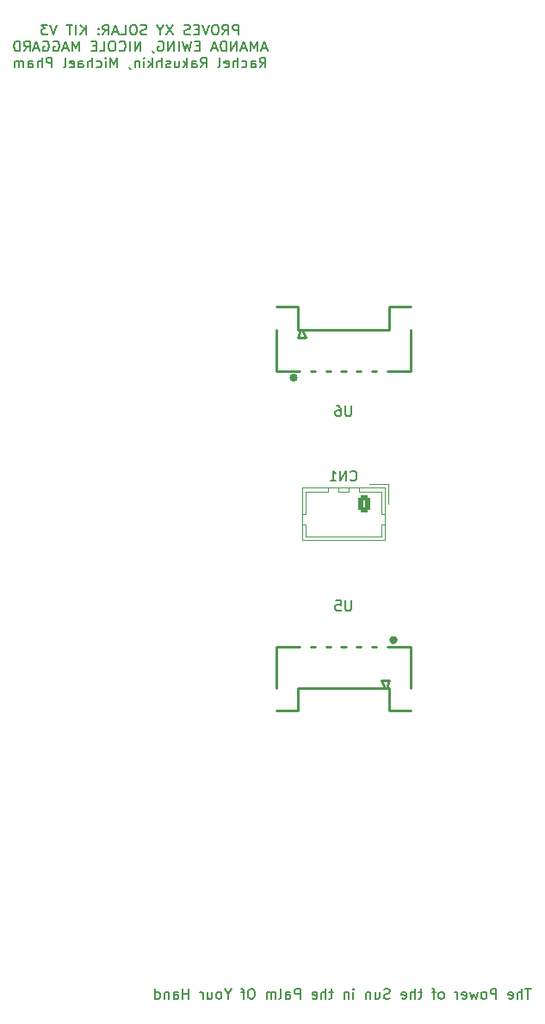
<source format=gbr>
%TF.GenerationSoftware,KiCad,Pcbnew,9.0.3*%
%TF.CreationDate,2025-09-24T18:37:53-07:00*%
%TF.ProjectId,XY_Faces_V3,58595f46-6163-4657-935f-56332e6b6963,3.0*%
%TF.SameCoordinates,Original*%
%TF.FileFunction,Legend,Bot*%
%TF.FilePolarity,Positive*%
%FSLAX46Y46*%
G04 Gerber Fmt 4.6, Leading zero omitted, Abs format (unit mm)*
G04 Created by KiCad (PCBNEW 9.0.3) date 2025-09-24 18:37:53*
%MOMM*%
%LPD*%
G01*
G04 APERTURE LIST*
G04 Aperture macros list*
%AMRoundRect*
0 Rectangle with rounded corners*
0 $1 Rounding radius*
0 $2 $3 $4 $5 $6 $7 $8 $9 X,Y pos of 4 corners*
0 Add a 4 corners polygon primitive as box body*
4,1,4,$2,$3,$4,$5,$6,$7,$8,$9,$2,$3,0*
0 Add four circle primitives for the rounded corners*
1,1,$1+$1,$2,$3*
1,1,$1+$1,$4,$5*
1,1,$1+$1,$6,$7*
1,1,$1+$1,$8,$9*
0 Add four rect primitives between the rounded corners*
20,1,$1+$1,$2,$3,$4,$5,0*
20,1,$1+$1,$4,$5,$6,$7,0*
20,1,$1+$1,$6,$7,$8,$9,0*
20,1,$1+$1,$8,$9,$2,$3,0*%
G04 Aperture macros list end*
%ADD10C,0.150000*%
%ADD11C,0.120000*%
%ADD12C,0.250000*%
%ADD13C,0.400000*%
%ADD14C,5.700000*%
%ADD15RoundRect,0.250000X0.350000X0.575000X-0.350000X0.575000X-0.350000X-0.575000X0.350000X-0.575000X0*%
%ADD16O,1.200000X1.650000*%
%ADD17R,0.600000X1.500000*%
%ADD18R,1.250000X1.800000*%
G04 APERTURE END LIST*
D10*
X162947621Y-161419819D02*
X162376193Y-161419819D01*
X162661907Y-162419819D02*
X162661907Y-161419819D01*
X162042859Y-162419819D02*
X162042859Y-161419819D01*
X161614288Y-162419819D02*
X161614288Y-161896009D01*
X161614288Y-161896009D02*
X161661907Y-161800771D01*
X161661907Y-161800771D02*
X161757145Y-161753152D01*
X161757145Y-161753152D02*
X161900002Y-161753152D01*
X161900002Y-161753152D02*
X161995240Y-161800771D01*
X161995240Y-161800771D02*
X162042859Y-161848390D01*
X160757145Y-162372200D02*
X160852383Y-162419819D01*
X160852383Y-162419819D02*
X161042859Y-162419819D01*
X161042859Y-162419819D02*
X161138097Y-162372200D01*
X161138097Y-162372200D02*
X161185716Y-162276961D01*
X161185716Y-162276961D02*
X161185716Y-161896009D01*
X161185716Y-161896009D02*
X161138097Y-161800771D01*
X161138097Y-161800771D02*
X161042859Y-161753152D01*
X161042859Y-161753152D02*
X160852383Y-161753152D01*
X160852383Y-161753152D02*
X160757145Y-161800771D01*
X160757145Y-161800771D02*
X160709526Y-161896009D01*
X160709526Y-161896009D02*
X160709526Y-161991247D01*
X160709526Y-161991247D02*
X161185716Y-162086485D01*
X159519049Y-162419819D02*
X159519049Y-161419819D01*
X159519049Y-161419819D02*
X159138097Y-161419819D01*
X159138097Y-161419819D02*
X159042859Y-161467438D01*
X159042859Y-161467438D02*
X158995240Y-161515057D01*
X158995240Y-161515057D02*
X158947621Y-161610295D01*
X158947621Y-161610295D02*
X158947621Y-161753152D01*
X158947621Y-161753152D02*
X158995240Y-161848390D01*
X158995240Y-161848390D02*
X159042859Y-161896009D01*
X159042859Y-161896009D02*
X159138097Y-161943628D01*
X159138097Y-161943628D02*
X159519049Y-161943628D01*
X158376192Y-162419819D02*
X158471430Y-162372200D01*
X158471430Y-162372200D02*
X158519049Y-162324580D01*
X158519049Y-162324580D02*
X158566668Y-162229342D01*
X158566668Y-162229342D02*
X158566668Y-161943628D01*
X158566668Y-161943628D02*
X158519049Y-161848390D01*
X158519049Y-161848390D02*
X158471430Y-161800771D01*
X158471430Y-161800771D02*
X158376192Y-161753152D01*
X158376192Y-161753152D02*
X158233335Y-161753152D01*
X158233335Y-161753152D02*
X158138097Y-161800771D01*
X158138097Y-161800771D02*
X158090478Y-161848390D01*
X158090478Y-161848390D02*
X158042859Y-161943628D01*
X158042859Y-161943628D02*
X158042859Y-162229342D01*
X158042859Y-162229342D02*
X158090478Y-162324580D01*
X158090478Y-162324580D02*
X158138097Y-162372200D01*
X158138097Y-162372200D02*
X158233335Y-162419819D01*
X158233335Y-162419819D02*
X158376192Y-162419819D01*
X157709525Y-161753152D02*
X157519049Y-162419819D01*
X157519049Y-162419819D02*
X157328573Y-161943628D01*
X157328573Y-161943628D02*
X157138097Y-162419819D01*
X157138097Y-162419819D02*
X156947621Y-161753152D01*
X156185716Y-162372200D02*
X156280954Y-162419819D01*
X156280954Y-162419819D02*
X156471430Y-162419819D01*
X156471430Y-162419819D02*
X156566668Y-162372200D01*
X156566668Y-162372200D02*
X156614287Y-162276961D01*
X156614287Y-162276961D02*
X156614287Y-161896009D01*
X156614287Y-161896009D02*
X156566668Y-161800771D01*
X156566668Y-161800771D02*
X156471430Y-161753152D01*
X156471430Y-161753152D02*
X156280954Y-161753152D01*
X156280954Y-161753152D02*
X156185716Y-161800771D01*
X156185716Y-161800771D02*
X156138097Y-161896009D01*
X156138097Y-161896009D02*
X156138097Y-161991247D01*
X156138097Y-161991247D02*
X156614287Y-162086485D01*
X155709525Y-162419819D02*
X155709525Y-161753152D01*
X155709525Y-161943628D02*
X155661906Y-161848390D01*
X155661906Y-161848390D02*
X155614287Y-161800771D01*
X155614287Y-161800771D02*
X155519049Y-161753152D01*
X155519049Y-161753152D02*
X155423811Y-161753152D01*
X154185715Y-162419819D02*
X154280953Y-162372200D01*
X154280953Y-162372200D02*
X154328572Y-162324580D01*
X154328572Y-162324580D02*
X154376191Y-162229342D01*
X154376191Y-162229342D02*
X154376191Y-161943628D01*
X154376191Y-161943628D02*
X154328572Y-161848390D01*
X154328572Y-161848390D02*
X154280953Y-161800771D01*
X154280953Y-161800771D02*
X154185715Y-161753152D01*
X154185715Y-161753152D02*
X154042858Y-161753152D01*
X154042858Y-161753152D02*
X153947620Y-161800771D01*
X153947620Y-161800771D02*
X153900001Y-161848390D01*
X153900001Y-161848390D02*
X153852382Y-161943628D01*
X153852382Y-161943628D02*
X153852382Y-162229342D01*
X153852382Y-162229342D02*
X153900001Y-162324580D01*
X153900001Y-162324580D02*
X153947620Y-162372200D01*
X153947620Y-162372200D02*
X154042858Y-162419819D01*
X154042858Y-162419819D02*
X154185715Y-162419819D01*
X153566667Y-161753152D02*
X153185715Y-161753152D01*
X153423810Y-162419819D02*
X153423810Y-161562676D01*
X153423810Y-161562676D02*
X153376191Y-161467438D01*
X153376191Y-161467438D02*
X153280953Y-161419819D01*
X153280953Y-161419819D02*
X153185715Y-161419819D01*
X152233333Y-161753152D02*
X151852381Y-161753152D01*
X152090476Y-161419819D02*
X152090476Y-162276961D01*
X152090476Y-162276961D02*
X152042857Y-162372200D01*
X152042857Y-162372200D02*
X151947619Y-162419819D01*
X151947619Y-162419819D02*
X151852381Y-162419819D01*
X151519047Y-162419819D02*
X151519047Y-161419819D01*
X151090476Y-162419819D02*
X151090476Y-161896009D01*
X151090476Y-161896009D02*
X151138095Y-161800771D01*
X151138095Y-161800771D02*
X151233333Y-161753152D01*
X151233333Y-161753152D02*
X151376190Y-161753152D01*
X151376190Y-161753152D02*
X151471428Y-161800771D01*
X151471428Y-161800771D02*
X151519047Y-161848390D01*
X150233333Y-162372200D02*
X150328571Y-162419819D01*
X150328571Y-162419819D02*
X150519047Y-162419819D01*
X150519047Y-162419819D02*
X150614285Y-162372200D01*
X150614285Y-162372200D02*
X150661904Y-162276961D01*
X150661904Y-162276961D02*
X150661904Y-161896009D01*
X150661904Y-161896009D02*
X150614285Y-161800771D01*
X150614285Y-161800771D02*
X150519047Y-161753152D01*
X150519047Y-161753152D02*
X150328571Y-161753152D01*
X150328571Y-161753152D02*
X150233333Y-161800771D01*
X150233333Y-161800771D02*
X150185714Y-161896009D01*
X150185714Y-161896009D02*
X150185714Y-161991247D01*
X150185714Y-161991247D02*
X150661904Y-162086485D01*
X149042856Y-162372200D02*
X148899999Y-162419819D01*
X148899999Y-162419819D02*
X148661904Y-162419819D01*
X148661904Y-162419819D02*
X148566666Y-162372200D01*
X148566666Y-162372200D02*
X148519047Y-162324580D01*
X148519047Y-162324580D02*
X148471428Y-162229342D01*
X148471428Y-162229342D02*
X148471428Y-162134104D01*
X148471428Y-162134104D02*
X148519047Y-162038866D01*
X148519047Y-162038866D02*
X148566666Y-161991247D01*
X148566666Y-161991247D02*
X148661904Y-161943628D01*
X148661904Y-161943628D02*
X148852380Y-161896009D01*
X148852380Y-161896009D02*
X148947618Y-161848390D01*
X148947618Y-161848390D02*
X148995237Y-161800771D01*
X148995237Y-161800771D02*
X149042856Y-161705533D01*
X149042856Y-161705533D02*
X149042856Y-161610295D01*
X149042856Y-161610295D02*
X148995237Y-161515057D01*
X148995237Y-161515057D02*
X148947618Y-161467438D01*
X148947618Y-161467438D02*
X148852380Y-161419819D01*
X148852380Y-161419819D02*
X148614285Y-161419819D01*
X148614285Y-161419819D02*
X148471428Y-161467438D01*
X147614285Y-161753152D02*
X147614285Y-162419819D01*
X148042856Y-161753152D02*
X148042856Y-162276961D01*
X148042856Y-162276961D02*
X147995237Y-162372200D01*
X147995237Y-162372200D02*
X147899999Y-162419819D01*
X147899999Y-162419819D02*
X147757142Y-162419819D01*
X147757142Y-162419819D02*
X147661904Y-162372200D01*
X147661904Y-162372200D02*
X147614285Y-162324580D01*
X147138094Y-161753152D02*
X147138094Y-162419819D01*
X147138094Y-161848390D02*
X147090475Y-161800771D01*
X147090475Y-161800771D02*
X146995237Y-161753152D01*
X146995237Y-161753152D02*
X146852380Y-161753152D01*
X146852380Y-161753152D02*
X146757142Y-161800771D01*
X146757142Y-161800771D02*
X146709523Y-161896009D01*
X146709523Y-161896009D02*
X146709523Y-162419819D01*
X145471427Y-162419819D02*
X145471427Y-161753152D01*
X145471427Y-161419819D02*
X145519046Y-161467438D01*
X145519046Y-161467438D02*
X145471427Y-161515057D01*
X145471427Y-161515057D02*
X145423808Y-161467438D01*
X145423808Y-161467438D02*
X145471427Y-161419819D01*
X145471427Y-161419819D02*
X145471427Y-161515057D01*
X144995237Y-161753152D02*
X144995237Y-162419819D01*
X144995237Y-161848390D02*
X144947618Y-161800771D01*
X144947618Y-161800771D02*
X144852380Y-161753152D01*
X144852380Y-161753152D02*
X144709523Y-161753152D01*
X144709523Y-161753152D02*
X144614285Y-161800771D01*
X144614285Y-161800771D02*
X144566666Y-161896009D01*
X144566666Y-161896009D02*
X144566666Y-162419819D01*
X143471427Y-161753152D02*
X143090475Y-161753152D01*
X143328570Y-161419819D02*
X143328570Y-162276961D01*
X143328570Y-162276961D02*
X143280951Y-162372200D01*
X143280951Y-162372200D02*
X143185713Y-162419819D01*
X143185713Y-162419819D02*
X143090475Y-162419819D01*
X142757141Y-162419819D02*
X142757141Y-161419819D01*
X142328570Y-162419819D02*
X142328570Y-161896009D01*
X142328570Y-161896009D02*
X142376189Y-161800771D01*
X142376189Y-161800771D02*
X142471427Y-161753152D01*
X142471427Y-161753152D02*
X142614284Y-161753152D01*
X142614284Y-161753152D02*
X142709522Y-161800771D01*
X142709522Y-161800771D02*
X142757141Y-161848390D01*
X141471427Y-162372200D02*
X141566665Y-162419819D01*
X141566665Y-162419819D02*
X141757141Y-162419819D01*
X141757141Y-162419819D02*
X141852379Y-162372200D01*
X141852379Y-162372200D02*
X141899998Y-162276961D01*
X141899998Y-162276961D02*
X141899998Y-161896009D01*
X141899998Y-161896009D02*
X141852379Y-161800771D01*
X141852379Y-161800771D02*
X141757141Y-161753152D01*
X141757141Y-161753152D02*
X141566665Y-161753152D01*
X141566665Y-161753152D02*
X141471427Y-161800771D01*
X141471427Y-161800771D02*
X141423808Y-161896009D01*
X141423808Y-161896009D02*
X141423808Y-161991247D01*
X141423808Y-161991247D02*
X141899998Y-162086485D01*
X140233331Y-162419819D02*
X140233331Y-161419819D01*
X140233331Y-161419819D02*
X139852379Y-161419819D01*
X139852379Y-161419819D02*
X139757141Y-161467438D01*
X139757141Y-161467438D02*
X139709522Y-161515057D01*
X139709522Y-161515057D02*
X139661903Y-161610295D01*
X139661903Y-161610295D02*
X139661903Y-161753152D01*
X139661903Y-161753152D02*
X139709522Y-161848390D01*
X139709522Y-161848390D02*
X139757141Y-161896009D01*
X139757141Y-161896009D02*
X139852379Y-161943628D01*
X139852379Y-161943628D02*
X140233331Y-161943628D01*
X138804760Y-162419819D02*
X138804760Y-161896009D01*
X138804760Y-161896009D02*
X138852379Y-161800771D01*
X138852379Y-161800771D02*
X138947617Y-161753152D01*
X138947617Y-161753152D02*
X139138093Y-161753152D01*
X139138093Y-161753152D02*
X139233331Y-161800771D01*
X138804760Y-162372200D02*
X138899998Y-162419819D01*
X138899998Y-162419819D02*
X139138093Y-162419819D01*
X139138093Y-162419819D02*
X139233331Y-162372200D01*
X139233331Y-162372200D02*
X139280950Y-162276961D01*
X139280950Y-162276961D02*
X139280950Y-162181723D01*
X139280950Y-162181723D02*
X139233331Y-162086485D01*
X139233331Y-162086485D02*
X139138093Y-162038866D01*
X139138093Y-162038866D02*
X138899998Y-162038866D01*
X138899998Y-162038866D02*
X138804760Y-161991247D01*
X138185712Y-162419819D02*
X138280950Y-162372200D01*
X138280950Y-162372200D02*
X138328569Y-162276961D01*
X138328569Y-162276961D02*
X138328569Y-161419819D01*
X137804759Y-162419819D02*
X137804759Y-161753152D01*
X137804759Y-161848390D02*
X137757140Y-161800771D01*
X137757140Y-161800771D02*
X137661902Y-161753152D01*
X137661902Y-161753152D02*
X137519045Y-161753152D01*
X137519045Y-161753152D02*
X137423807Y-161800771D01*
X137423807Y-161800771D02*
X137376188Y-161896009D01*
X137376188Y-161896009D02*
X137376188Y-162419819D01*
X137376188Y-161896009D02*
X137328569Y-161800771D01*
X137328569Y-161800771D02*
X137233331Y-161753152D01*
X137233331Y-161753152D02*
X137090474Y-161753152D01*
X137090474Y-161753152D02*
X136995235Y-161800771D01*
X136995235Y-161800771D02*
X136947616Y-161896009D01*
X136947616Y-161896009D02*
X136947616Y-162419819D01*
X135519045Y-161419819D02*
X135328569Y-161419819D01*
X135328569Y-161419819D02*
X135233331Y-161467438D01*
X135233331Y-161467438D02*
X135138093Y-161562676D01*
X135138093Y-161562676D02*
X135090474Y-161753152D01*
X135090474Y-161753152D02*
X135090474Y-162086485D01*
X135090474Y-162086485D02*
X135138093Y-162276961D01*
X135138093Y-162276961D02*
X135233331Y-162372200D01*
X135233331Y-162372200D02*
X135328569Y-162419819D01*
X135328569Y-162419819D02*
X135519045Y-162419819D01*
X135519045Y-162419819D02*
X135614283Y-162372200D01*
X135614283Y-162372200D02*
X135709521Y-162276961D01*
X135709521Y-162276961D02*
X135757140Y-162086485D01*
X135757140Y-162086485D02*
X135757140Y-161753152D01*
X135757140Y-161753152D02*
X135709521Y-161562676D01*
X135709521Y-161562676D02*
X135614283Y-161467438D01*
X135614283Y-161467438D02*
X135519045Y-161419819D01*
X134804759Y-161753152D02*
X134423807Y-161753152D01*
X134661902Y-162419819D02*
X134661902Y-161562676D01*
X134661902Y-161562676D02*
X134614283Y-161467438D01*
X134614283Y-161467438D02*
X134519045Y-161419819D01*
X134519045Y-161419819D02*
X134423807Y-161419819D01*
X133138092Y-161943628D02*
X133138092Y-162419819D01*
X133471425Y-161419819D02*
X133138092Y-161943628D01*
X133138092Y-161943628D02*
X132804759Y-161419819D01*
X132328568Y-162419819D02*
X132423806Y-162372200D01*
X132423806Y-162372200D02*
X132471425Y-162324580D01*
X132471425Y-162324580D02*
X132519044Y-162229342D01*
X132519044Y-162229342D02*
X132519044Y-161943628D01*
X132519044Y-161943628D02*
X132471425Y-161848390D01*
X132471425Y-161848390D02*
X132423806Y-161800771D01*
X132423806Y-161800771D02*
X132328568Y-161753152D01*
X132328568Y-161753152D02*
X132185711Y-161753152D01*
X132185711Y-161753152D02*
X132090473Y-161800771D01*
X132090473Y-161800771D02*
X132042854Y-161848390D01*
X132042854Y-161848390D02*
X131995235Y-161943628D01*
X131995235Y-161943628D02*
X131995235Y-162229342D01*
X131995235Y-162229342D02*
X132042854Y-162324580D01*
X132042854Y-162324580D02*
X132090473Y-162372200D01*
X132090473Y-162372200D02*
X132185711Y-162419819D01*
X132185711Y-162419819D02*
X132328568Y-162419819D01*
X131138092Y-161753152D02*
X131138092Y-162419819D01*
X131566663Y-161753152D02*
X131566663Y-162276961D01*
X131566663Y-162276961D02*
X131519044Y-162372200D01*
X131519044Y-162372200D02*
X131423806Y-162419819D01*
X131423806Y-162419819D02*
X131280949Y-162419819D01*
X131280949Y-162419819D02*
X131185711Y-162372200D01*
X131185711Y-162372200D02*
X131138092Y-162324580D01*
X130661901Y-162419819D02*
X130661901Y-161753152D01*
X130661901Y-161943628D02*
X130614282Y-161848390D01*
X130614282Y-161848390D02*
X130566663Y-161800771D01*
X130566663Y-161800771D02*
X130471425Y-161753152D01*
X130471425Y-161753152D02*
X130376187Y-161753152D01*
X129280948Y-162419819D02*
X129280948Y-161419819D01*
X129280948Y-161896009D02*
X128709520Y-161896009D01*
X128709520Y-162419819D02*
X128709520Y-161419819D01*
X127804758Y-162419819D02*
X127804758Y-161896009D01*
X127804758Y-161896009D02*
X127852377Y-161800771D01*
X127852377Y-161800771D02*
X127947615Y-161753152D01*
X127947615Y-161753152D02*
X128138091Y-161753152D01*
X128138091Y-161753152D02*
X128233329Y-161800771D01*
X127804758Y-162372200D02*
X127899996Y-162419819D01*
X127899996Y-162419819D02*
X128138091Y-162419819D01*
X128138091Y-162419819D02*
X128233329Y-162372200D01*
X128233329Y-162372200D02*
X128280948Y-162276961D01*
X128280948Y-162276961D02*
X128280948Y-162181723D01*
X128280948Y-162181723D02*
X128233329Y-162086485D01*
X128233329Y-162086485D02*
X128138091Y-162038866D01*
X128138091Y-162038866D02*
X127899996Y-162038866D01*
X127899996Y-162038866D02*
X127804758Y-161991247D01*
X127328567Y-161753152D02*
X127328567Y-162419819D01*
X127328567Y-161848390D02*
X127280948Y-161800771D01*
X127280948Y-161800771D02*
X127185710Y-161753152D01*
X127185710Y-161753152D02*
X127042853Y-161753152D01*
X127042853Y-161753152D02*
X126947615Y-161800771D01*
X126947615Y-161800771D02*
X126899996Y-161896009D01*
X126899996Y-161896009D02*
X126899996Y-162419819D01*
X125995234Y-162419819D02*
X125995234Y-161419819D01*
X125995234Y-162372200D02*
X126090472Y-162419819D01*
X126090472Y-162419819D02*
X126280948Y-162419819D01*
X126280948Y-162419819D02*
X126376186Y-162372200D01*
X126376186Y-162372200D02*
X126423805Y-162324580D01*
X126423805Y-162324580D02*
X126471424Y-162229342D01*
X126471424Y-162229342D02*
X126471424Y-161943628D01*
X126471424Y-161943628D02*
X126423805Y-161848390D01*
X126423805Y-161848390D02*
X126376186Y-161800771D01*
X126376186Y-161800771D02*
X126280948Y-161753152D01*
X126280948Y-161753152D02*
X126090472Y-161753152D01*
X126090472Y-161753152D02*
X125995234Y-161800771D01*
X134166666Y-67644875D02*
X134166666Y-66644875D01*
X134166666Y-66644875D02*
X133785714Y-66644875D01*
X133785714Y-66644875D02*
X133690476Y-66692494D01*
X133690476Y-66692494D02*
X133642857Y-66740113D01*
X133642857Y-66740113D02*
X133595238Y-66835351D01*
X133595238Y-66835351D02*
X133595238Y-66978208D01*
X133595238Y-66978208D02*
X133642857Y-67073446D01*
X133642857Y-67073446D02*
X133690476Y-67121065D01*
X133690476Y-67121065D02*
X133785714Y-67168684D01*
X133785714Y-67168684D02*
X134166666Y-67168684D01*
X132595238Y-67644875D02*
X132928571Y-67168684D01*
X133166666Y-67644875D02*
X133166666Y-66644875D01*
X133166666Y-66644875D02*
X132785714Y-66644875D01*
X132785714Y-66644875D02*
X132690476Y-66692494D01*
X132690476Y-66692494D02*
X132642857Y-66740113D01*
X132642857Y-66740113D02*
X132595238Y-66835351D01*
X132595238Y-66835351D02*
X132595238Y-66978208D01*
X132595238Y-66978208D02*
X132642857Y-67073446D01*
X132642857Y-67073446D02*
X132690476Y-67121065D01*
X132690476Y-67121065D02*
X132785714Y-67168684D01*
X132785714Y-67168684D02*
X133166666Y-67168684D01*
X131976190Y-66644875D02*
X131785714Y-66644875D01*
X131785714Y-66644875D02*
X131690476Y-66692494D01*
X131690476Y-66692494D02*
X131595238Y-66787732D01*
X131595238Y-66787732D02*
X131547619Y-66978208D01*
X131547619Y-66978208D02*
X131547619Y-67311541D01*
X131547619Y-67311541D02*
X131595238Y-67502017D01*
X131595238Y-67502017D02*
X131690476Y-67597256D01*
X131690476Y-67597256D02*
X131785714Y-67644875D01*
X131785714Y-67644875D02*
X131976190Y-67644875D01*
X131976190Y-67644875D02*
X132071428Y-67597256D01*
X132071428Y-67597256D02*
X132166666Y-67502017D01*
X132166666Y-67502017D02*
X132214285Y-67311541D01*
X132214285Y-67311541D02*
X132214285Y-66978208D01*
X132214285Y-66978208D02*
X132166666Y-66787732D01*
X132166666Y-66787732D02*
X132071428Y-66692494D01*
X132071428Y-66692494D02*
X131976190Y-66644875D01*
X131261904Y-66644875D02*
X130928571Y-67644875D01*
X130928571Y-67644875D02*
X130595238Y-66644875D01*
X130261904Y-67121065D02*
X129928571Y-67121065D01*
X129785714Y-67644875D02*
X130261904Y-67644875D01*
X130261904Y-67644875D02*
X130261904Y-66644875D01*
X130261904Y-66644875D02*
X129785714Y-66644875D01*
X129404761Y-67597256D02*
X129261904Y-67644875D01*
X129261904Y-67644875D02*
X129023809Y-67644875D01*
X129023809Y-67644875D02*
X128928571Y-67597256D01*
X128928571Y-67597256D02*
X128880952Y-67549636D01*
X128880952Y-67549636D02*
X128833333Y-67454398D01*
X128833333Y-67454398D02*
X128833333Y-67359160D01*
X128833333Y-67359160D02*
X128880952Y-67263922D01*
X128880952Y-67263922D02*
X128928571Y-67216303D01*
X128928571Y-67216303D02*
X129023809Y-67168684D01*
X129023809Y-67168684D02*
X129214285Y-67121065D01*
X129214285Y-67121065D02*
X129309523Y-67073446D01*
X129309523Y-67073446D02*
X129357142Y-67025827D01*
X129357142Y-67025827D02*
X129404761Y-66930589D01*
X129404761Y-66930589D02*
X129404761Y-66835351D01*
X129404761Y-66835351D02*
X129357142Y-66740113D01*
X129357142Y-66740113D02*
X129309523Y-66692494D01*
X129309523Y-66692494D02*
X129214285Y-66644875D01*
X129214285Y-66644875D02*
X128976190Y-66644875D01*
X128976190Y-66644875D02*
X128833333Y-66692494D01*
X127738094Y-66644875D02*
X127071428Y-67644875D01*
X127071428Y-66644875D02*
X127738094Y-67644875D01*
X126499999Y-67168684D02*
X126499999Y-67644875D01*
X126833332Y-66644875D02*
X126499999Y-67168684D01*
X126499999Y-67168684D02*
X126166666Y-66644875D01*
X125119046Y-67597256D02*
X124976189Y-67644875D01*
X124976189Y-67644875D02*
X124738094Y-67644875D01*
X124738094Y-67644875D02*
X124642856Y-67597256D01*
X124642856Y-67597256D02*
X124595237Y-67549636D01*
X124595237Y-67549636D02*
X124547618Y-67454398D01*
X124547618Y-67454398D02*
X124547618Y-67359160D01*
X124547618Y-67359160D02*
X124595237Y-67263922D01*
X124595237Y-67263922D02*
X124642856Y-67216303D01*
X124642856Y-67216303D02*
X124738094Y-67168684D01*
X124738094Y-67168684D02*
X124928570Y-67121065D01*
X124928570Y-67121065D02*
X125023808Y-67073446D01*
X125023808Y-67073446D02*
X125071427Y-67025827D01*
X125071427Y-67025827D02*
X125119046Y-66930589D01*
X125119046Y-66930589D02*
X125119046Y-66835351D01*
X125119046Y-66835351D02*
X125071427Y-66740113D01*
X125071427Y-66740113D02*
X125023808Y-66692494D01*
X125023808Y-66692494D02*
X124928570Y-66644875D01*
X124928570Y-66644875D02*
X124690475Y-66644875D01*
X124690475Y-66644875D02*
X124547618Y-66692494D01*
X123928570Y-66644875D02*
X123738094Y-66644875D01*
X123738094Y-66644875D02*
X123642856Y-66692494D01*
X123642856Y-66692494D02*
X123547618Y-66787732D01*
X123547618Y-66787732D02*
X123499999Y-66978208D01*
X123499999Y-66978208D02*
X123499999Y-67311541D01*
X123499999Y-67311541D02*
X123547618Y-67502017D01*
X123547618Y-67502017D02*
X123642856Y-67597256D01*
X123642856Y-67597256D02*
X123738094Y-67644875D01*
X123738094Y-67644875D02*
X123928570Y-67644875D01*
X123928570Y-67644875D02*
X124023808Y-67597256D01*
X124023808Y-67597256D02*
X124119046Y-67502017D01*
X124119046Y-67502017D02*
X124166665Y-67311541D01*
X124166665Y-67311541D02*
X124166665Y-66978208D01*
X124166665Y-66978208D02*
X124119046Y-66787732D01*
X124119046Y-66787732D02*
X124023808Y-66692494D01*
X124023808Y-66692494D02*
X123928570Y-66644875D01*
X122595237Y-67644875D02*
X123071427Y-67644875D01*
X123071427Y-67644875D02*
X123071427Y-66644875D01*
X122309522Y-67359160D02*
X121833332Y-67359160D01*
X122404760Y-67644875D02*
X122071427Y-66644875D01*
X122071427Y-66644875D02*
X121738094Y-67644875D01*
X120833332Y-67644875D02*
X121166665Y-67168684D01*
X121404760Y-67644875D02*
X121404760Y-66644875D01*
X121404760Y-66644875D02*
X121023808Y-66644875D01*
X121023808Y-66644875D02*
X120928570Y-66692494D01*
X120928570Y-66692494D02*
X120880951Y-66740113D01*
X120880951Y-66740113D02*
X120833332Y-66835351D01*
X120833332Y-66835351D02*
X120833332Y-66978208D01*
X120833332Y-66978208D02*
X120880951Y-67073446D01*
X120880951Y-67073446D02*
X120928570Y-67121065D01*
X120928570Y-67121065D02*
X121023808Y-67168684D01*
X121023808Y-67168684D02*
X121404760Y-67168684D01*
X120404760Y-67549636D02*
X120357141Y-67597256D01*
X120357141Y-67597256D02*
X120404760Y-67644875D01*
X120404760Y-67644875D02*
X120452379Y-67597256D01*
X120452379Y-67597256D02*
X120404760Y-67549636D01*
X120404760Y-67549636D02*
X120404760Y-67644875D01*
X120404760Y-67025827D02*
X120357141Y-67073446D01*
X120357141Y-67073446D02*
X120404760Y-67121065D01*
X120404760Y-67121065D02*
X120452379Y-67073446D01*
X120452379Y-67073446D02*
X120404760Y-67025827D01*
X120404760Y-67025827D02*
X120404760Y-67121065D01*
X119166665Y-67644875D02*
X119166665Y-66644875D01*
X118595237Y-67644875D02*
X119023808Y-67073446D01*
X118595237Y-66644875D02*
X119166665Y-67216303D01*
X118166665Y-67644875D02*
X118166665Y-66644875D01*
X117833332Y-66644875D02*
X117261904Y-66644875D01*
X117547618Y-67644875D02*
X117547618Y-66644875D01*
X116309522Y-66644875D02*
X115976189Y-67644875D01*
X115976189Y-67644875D02*
X115642856Y-66644875D01*
X115404760Y-66644875D02*
X114785713Y-66644875D01*
X114785713Y-66644875D02*
X115119046Y-67025827D01*
X115119046Y-67025827D02*
X114976189Y-67025827D01*
X114976189Y-67025827D02*
X114880951Y-67073446D01*
X114880951Y-67073446D02*
X114833332Y-67121065D01*
X114833332Y-67121065D02*
X114785713Y-67216303D01*
X114785713Y-67216303D02*
X114785713Y-67454398D01*
X114785713Y-67454398D02*
X114833332Y-67549636D01*
X114833332Y-67549636D02*
X114880951Y-67597256D01*
X114880951Y-67597256D02*
X114976189Y-67644875D01*
X114976189Y-67644875D02*
X115261903Y-67644875D01*
X115261903Y-67644875D02*
X115357141Y-67597256D01*
X115357141Y-67597256D02*
X115404760Y-67549636D01*
X136928570Y-68969104D02*
X136452380Y-68969104D01*
X137023808Y-69254819D02*
X136690475Y-68254819D01*
X136690475Y-68254819D02*
X136357142Y-69254819D01*
X136023808Y-69254819D02*
X136023808Y-68254819D01*
X136023808Y-68254819D02*
X135690475Y-68969104D01*
X135690475Y-68969104D02*
X135357142Y-68254819D01*
X135357142Y-68254819D02*
X135357142Y-69254819D01*
X134928570Y-68969104D02*
X134452380Y-68969104D01*
X135023808Y-69254819D02*
X134690475Y-68254819D01*
X134690475Y-68254819D02*
X134357142Y-69254819D01*
X134023808Y-69254819D02*
X134023808Y-68254819D01*
X134023808Y-68254819D02*
X133452380Y-69254819D01*
X133452380Y-69254819D02*
X133452380Y-68254819D01*
X132976189Y-69254819D02*
X132976189Y-68254819D01*
X132976189Y-68254819D02*
X132738094Y-68254819D01*
X132738094Y-68254819D02*
X132595237Y-68302438D01*
X132595237Y-68302438D02*
X132499999Y-68397676D01*
X132499999Y-68397676D02*
X132452380Y-68492914D01*
X132452380Y-68492914D02*
X132404761Y-68683390D01*
X132404761Y-68683390D02*
X132404761Y-68826247D01*
X132404761Y-68826247D02*
X132452380Y-69016723D01*
X132452380Y-69016723D02*
X132499999Y-69111961D01*
X132499999Y-69111961D02*
X132595237Y-69207200D01*
X132595237Y-69207200D02*
X132738094Y-69254819D01*
X132738094Y-69254819D02*
X132976189Y-69254819D01*
X132023808Y-68969104D02*
X131547618Y-68969104D01*
X132119046Y-69254819D02*
X131785713Y-68254819D01*
X131785713Y-68254819D02*
X131452380Y-69254819D01*
X130357141Y-68731009D02*
X130023808Y-68731009D01*
X129880951Y-69254819D02*
X130357141Y-69254819D01*
X130357141Y-69254819D02*
X130357141Y-68254819D01*
X130357141Y-68254819D02*
X129880951Y-68254819D01*
X129547617Y-68254819D02*
X129309522Y-69254819D01*
X129309522Y-69254819D02*
X129119046Y-68540533D01*
X129119046Y-68540533D02*
X128928570Y-69254819D01*
X128928570Y-69254819D02*
X128690475Y-68254819D01*
X128309522Y-69254819D02*
X128309522Y-68254819D01*
X127833332Y-69254819D02*
X127833332Y-68254819D01*
X127833332Y-68254819D02*
X127261904Y-69254819D01*
X127261904Y-69254819D02*
X127261904Y-68254819D01*
X126261904Y-68302438D02*
X126357142Y-68254819D01*
X126357142Y-68254819D02*
X126499999Y-68254819D01*
X126499999Y-68254819D02*
X126642856Y-68302438D01*
X126642856Y-68302438D02*
X126738094Y-68397676D01*
X126738094Y-68397676D02*
X126785713Y-68492914D01*
X126785713Y-68492914D02*
X126833332Y-68683390D01*
X126833332Y-68683390D02*
X126833332Y-68826247D01*
X126833332Y-68826247D02*
X126785713Y-69016723D01*
X126785713Y-69016723D02*
X126738094Y-69111961D01*
X126738094Y-69111961D02*
X126642856Y-69207200D01*
X126642856Y-69207200D02*
X126499999Y-69254819D01*
X126499999Y-69254819D02*
X126404761Y-69254819D01*
X126404761Y-69254819D02*
X126261904Y-69207200D01*
X126261904Y-69207200D02*
X126214285Y-69159580D01*
X126214285Y-69159580D02*
X126214285Y-68826247D01*
X126214285Y-68826247D02*
X126404761Y-68826247D01*
X125738094Y-69207200D02*
X125738094Y-69254819D01*
X125738094Y-69254819D02*
X125785713Y-69350057D01*
X125785713Y-69350057D02*
X125833332Y-69397676D01*
X124547618Y-69254819D02*
X124547618Y-68254819D01*
X124547618Y-68254819D02*
X123976190Y-69254819D01*
X123976190Y-69254819D02*
X123976190Y-68254819D01*
X123499999Y-69254819D02*
X123499999Y-68254819D01*
X122452381Y-69159580D02*
X122500000Y-69207200D01*
X122500000Y-69207200D02*
X122642857Y-69254819D01*
X122642857Y-69254819D02*
X122738095Y-69254819D01*
X122738095Y-69254819D02*
X122880952Y-69207200D01*
X122880952Y-69207200D02*
X122976190Y-69111961D01*
X122976190Y-69111961D02*
X123023809Y-69016723D01*
X123023809Y-69016723D02*
X123071428Y-68826247D01*
X123071428Y-68826247D02*
X123071428Y-68683390D01*
X123071428Y-68683390D02*
X123023809Y-68492914D01*
X123023809Y-68492914D02*
X122976190Y-68397676D01*
X122976190Y-68397676D02*
X122880952Y-68302438D01*
X122880952Y-68302438D02*
X122738095Y-68254819D01*
X122738095Y-68254819D02*
X122642857Y-68254819D01*
X122642857Y-68254819D02*
X122500000Y-68302438D01*
X122500000Y-68302438D02*
X122452381Y-68350057D01*
X121833333Y-68254819D02*
X121642857Y-68254819D01*
X121642857Y-68254819D02*
X121547619Y-68302438D01*
X121547619Y-68302438D02*
X121452381Y-68397676D01*
X121452381Y-68397676D02*
X121404762Y-68588152D01*
X121404762Y-68588152D02*
X121404762Y-68921485D01*
X121404762Y-68921485D02*
X121452381Y-69111961D01*
X121452381Y-69111961D02*
X121547619Y-69207200D01*
X121547619Y-69207200D02*
X121642857Y-69254819D01*
X121642857Y-69254819D02*
X121833333Y-69254819D01*
X121833333Y-69254819D02*
X121928571Y-69207200D01*
X121928571Y-69207200D02*
X122023809Y-69111961D01*
X122023809Y-69111961D02*
X122071428Y-68921485D01*
X122071428Y-68921485D02*
X122071428Y-68588152D01*
X122071428Y-68588152D02*
X122023809Y-68397676D01*
X122023809Y-68397676D02*
X121928571Y-68302438D01*
X121928571Y-68302438D02*
X121833333Y-68254819D01*
X120500000Y-69254819D02*
X120976190Y-69254819D01*
X120976190Y-69254819D02*
X120976190Y-68254819D01*
X120166666Y-68731009D02*
X119833333Y-68731009D01*
X119690476Y-69254819D02*
X120166666Y-69254819D01*
X120166666Y-69254819D02*
X120166666Y-68254819D01*
X120166666Y-68254819D02*
X119690476Y-68254819D01*
X118499999Y-69254819D02*
X118499999Y-68254819D01*
X118499999Y-68254819D02*
X118166666Y-68969104D01*
X118166666Y-68969104D02*
X117833333Y-68254819D01*
X117833333Y-68254819D02*
X117833333Y-69254819D01*
X117404761Y-68969104D02*
X116928571Y-68969104D01*
X117499999Y-69254819D02*
X117166666Y-68254819D01*
X117166666Y-68254819D02*
X116833333Y-69254819D01*
X115976190Y-68302438D02*
X116071428Y-68254819D01*
X116071428Y-68254819D02*
X116214285Y-68254819D01*
X116214285Y-68254819D02*
X116357142Y-68302438D01*
X116357142Y-68302438D02*
X116452380Y-68397676D01*
X116452380Y-68397676D02*
X116499999Y-68492914D01*
X116499999Y-68492914D02*
X116547618Y-68683390D01*
X116547618Y-68683390D02*
X116547618Y-68826247D01*
X116547618Y-68826247D02*
X116499999Y-69016723D01*
X116499999Y-69016723D02*
X116452380Y-69111961D01*
X116452380Y-69111961D02*
X116357142Y-69207200D01*
X116357142Y-69207200D02*
X116214285Y-69254819D01*
X116214285Y-69254819D02*
X116119047Y-69254819D01*
X116119047Y-69254819D02*
X115976190Y-69207200D01*
X115976190Y-69207200D02*
X115928571Y-69159580D01*
X115928571Y-69159580D02*
X115928571Y-68826247D01*
X115928571Y-68826247D02*
X116119047Y-68826247D01*
X114976190Y-68302438D02*
X115071428Y-68254819D01*
X115071428Y-68254819D02*
X115214285Y-68254819D01*
X115214285Y-68254819D02*
X115357142Y-68302438D01*
X115357142Y-68302438D02*
X115452380Y-68397676D01*
X115452380Y-68397676D02*
X115499999Y-68492914D01*
X115499999Y-68492914D02*
X115547618Y-68683390D01*
X115547618Y-68683390D02*
X115547618Y-68826247D01*
X115547618Y-68826247D02*
X115499999Y-69016723D01*
X115499999Y-69016723D02*
X115452380Y-69111961D01*
X115452380Y-69111961D02*
X115357142Y-69207200D01*
X115357142Y-69207200D02*
X115214285Y-69254819D01*
X115214285Y-69254819D02*
X115119047Y-69254819D01*
X115119047Y-69254819D02*
X114976190Y-69207200D01*
X114976190Y-69207200D02*
X114928571Y-69159580D01*
X114928571Y-69159580D02*
X114928571Y-68826247D01*
X114928571Y-68826247D02*
X115119047Y-68826247D01*
X114547618Y-68969104D02*
X114071428Y-68969104D01*
X114642856Y-69254819D02*
X114309523Y-68254819D01*
X114309523Y-68254819D02*
X113976190Y-69254819D01*
X113071428Y-69254819D02*
X113404761Y-68778628D01*
X113642856Y-69254819D02*
X113642856Y-68254819D01*
X113642856Y-68254819D02*
X113261904Y-68254819D01*
X113261904Y-68254819D02*
X113166666Y-68302438D01*
X113166666Y-68302438D02*
X113119047Y-68350057D01*
X113119047Y-68350057D02*
X113071428Y-68445295D01*
X113071428Y-68445295D02*
X113071428Y-68588152D01*
X113071428Y-68588152D02*
X113119047Y-68683390D01*
X113119047Y-68683390D02*
X113166666Y-68731009D01*
X113166666Y-68731009D02*
X113261904Y-68778628D01*
X113261904Y-68778628D02*
X113642856Y-68778628D01*
X112642856Y-69254819D02*
X112642856Y-68254819D01*
X112642856Y-68254819D02*
X112404761Y-68254819D01*
X112404761Y-68254819D02*
X112261904Y-68302438D01*
X112261904Y-68302438D02*
X112166666Y-68397676D01*
X112166666Y-68397676D02*
X112119047Y-68492914D01*
X112119047Y-68492914D02*
X112071428Y-68683390D01*
X112071428Y-68683390D02*
X112071428Y-68826247D01*
X112071428Y-68826247D02*
X112119047Y-69016723D01*
X112119047Y-69016723D02*
X112166666Y-69111961D01*
X112166666Y-69111961D02*
X112261904Y-69207200D01*
X112261904Y-69207200D02*
X112404761Y-69254819D01*
X112404761Y-69254819D02*
X112642856Y-69254819D01*
X136261905Y-70864763D02*
X136595238Y-70388572D01*
X136833333Y-70864763D02*
X136833333Y-69864763D01*
X136833333Y-69864763D02*
X136452381Y-69864763D01*
X136452381Y-69864763D02*
X136357143Y-69912382D01*
X136357143Y-69912382D02*
X136309524Y-69960001D01*
X136309524Y-69960001D02*
X136261905Y-70055239D01*
X136261905Y-70055239D02*
X136261905Y-70198096D01*
X136261905Y-70198096D02*
X136309524Y-70293334D01*
X136309524Y-70293334D02*
X136357143Y-70340953D01*
X136357143Y-70340953D02*
X136452381Y-70388572D01*
X136452381Y-70388572D02*
X136833333Y-70388572D01*
X135404762Y-70864763D02*
X135404762Y-70340953D01*
X135404762Y-70340953D02*
X135452381Y-70245715D01*
X135452381Y-70245715D02*
X135547619Y-70198096D01*
X135547619Y-70198096D02*
X135738095Y-70198096D01*
X135738095Y-70198096D02*
X135833333Y-70245715D01*
X135404762Y-70817144D02*
X135500000Y-70864763D01*
X135500000Y-70864763D02*
X135738095Y-70864763D01*
X135738095Y-70864763D02*
X135833333Y-70817144D01*
X135833333Y-70817144D02*
X135880952Y-70721905D01*
X135880952Y-70721905D02*
X135880952Y-70626667D01*
X135880952Y-70626667D02*
X135833333Y-70531429D01*
X135833333Y-70531429D02*
X135738095Y-70483810D01*
X135738095Y-70483810D02*
X135500000Y-70483810D01*
X135500000Y-70483810D02*
X135404762Y-70436191D01*
X134500000Y-70817144D02*
X134595238Y-70864763D01*
X134595238Y-70864763D02*
X134785714Y-70864763D01*
X134785714Y-70864763D02*
X134880952Y-70817144D01*
X134880952Y-70817144D02*
X134928571Y-70769524D01*
X134928571Y-70769524D02*
X134976190Y-70674286D01*
X134976190Y-70674286D02*
X134976190Y-70388572D01*
X134976190Y-70388572D02*
X134928571Y-70293334D01*
X134928571Y-70293334D02*
X134880952Y-70245715D01*
X134880952Y-70245715D02*
X134785714Y-70198096D01*
X134785714Y-70198096D02*
X134595238Y-70198096D01*
X134595238Y-70198096D02*
X134500000Y-70245715D01*
X134071428Y-70864763D02*
X134071428Y-69864763D01*
X133642857Y-70864763D02*
X133642857Y-70340953D01*
X133642857Y-70340953D02*
X133690476Y-70245715D01*
X133690476Y-70245715D02*
X133785714Y-70198096D01*
X133785714Y-70198096D02*
X133928571Y-70198096D01*
X133928571Y-70198096D02*
X134023809Y-70245715D01*
X134023809Y-70245715D02*
X134071428Y-70293334D01*
X132785714Y-70817144D02*
X132880952Y-70864763D01*
X132880952Y-70864763D02*
X133071428Y-70864763D01*
X133071428Y-70864763D02*
X133166666Y-70817144D01*
X133166666Y-70817144D02*
X133214285Y-70721905D01*
X133214285Y-70721905D02*
X133214285Y-70340953D01*
X133214285Y-70340953D02*
X133166666Y-70245715D01*
X133166666Y-70245715D02*
X133071428Y-70198096D01*
X133071428Y-70198096D02*
X132880952Y-70198096D01*
X132880952Y-70198096D02*
X132785714Y-70245715D01*
X132785714Y-70245715D02*
X132738095Y-70340953D01*
X132738095Y-70340953D02*
X132738095Y-70436191D01*
X132738095Y-70436191D02*
X133214285Y-70531429D01*
X132166666Y-70864763D02*
X132261904Y-70817144D01*
X132261904Y-70817144D02*
X132309523Y-70721905D01*
X132309523Y-70721905D02*
X132309523Y-69864763D01*
X130452380Y-70864763D02*
X130785713Y-70388572D01*
X131023808Y-70864763D02*
X131023808Y-69864763D01*
X131023808Y-69864763D02*
X130642856Y-69864763D01*
X130642856Y-69864763D02*
X130547618Y-69912382D01*
X130547618Y-69912382D02*
X130499999Y-69960001D01*
X130499999Y-69960001D02*
X130452380Y-70055239D01*
X130452380Y-70055239D02*
X130452380Y-70198096D01*
X130452380Y-70198096D02*
X130499999Y-70293334D01*
X130499999Y-70293334D02*
X130547618Y-70340953D01*
X130547618Y-70340953D02*
X130642856Y-70388572D01*
X130642856Y-70388572D02*
X131023808Y-70388572D01*
X129595237Y-70864763D02*
X129595237Y-70340953D01*
X129595237Y-70340953D02*
X129642856Y-70245715D01*
X129642856Y-70245715D02*
X129738094Y-70198096D01*
X129738094Y-70198096D02*
X129928570Y-70198096D01*
X129928570Y-70198096D02*
X130023808Y-70245715D01*
X129595237Y-70817144D02*
X129690475Y-70864763D01*
X129690475Y-70864763D02*
X129928570Y-70864763D01*
X129928570Y-70864763D02*
X130023808Y-70817144D01*
X130023808Y-70817144D02*
X130071427Y-70721905D01*
X130071427Y-70721905D02*
X130071427Y-70626667D01*
X130071427Y-70626667D02*
X130023808Y-70531429D01*
X130023808Y-70531429D02*
X129928570Y-70483810D01*
X129928570Y-70483810D02*
X129690475Y-70483810D01*
X129690475Y-70483810D02*
X129595237Y-70436191D01*
X129119046Y-70864763D02*
X129119046Y-69864763D01*
X129023808Y-70483810D02*
X128738094Y-70864763D01*
X128738094Y-70198096D02*
X129119046Y-70579048D01*
X127880951Y-70198096D02*
X127880951Y-70864763D01*
X128309522Y-70198096D02*
X128309522Y-70721905D01*
X128309522Y-70721905D02*
X128261903Y-70817144D01*
X128261903Y-70817144D02*
X128166665Y-70864763D01*
X128166665Y-70864763D02*
X128023808Y-70864763D01*
X128023808Y-70864763D02*
X127928570Y-70817144D01*
X127928570Y-70817144D02*
X127880951Y-70769524D01*
X127452379Y-70817144D02*
X127357141Y-70864763D01*
X127357141Y-70864763D02*
X127166665Y-70864763D01*
X127166665Y-70864763D02*
X127071427Y-70817144D01*
X127071427Y-70817144D02*
X127023808Y-70721905D01*
X127023808Y-70721905D02*
X127023808Y-70674286D01*
X127023808Y-70674286D02*
X127071427Y-70579048D01*
X127071427Y-70579048D02*
X127166665Y-70531429D01*
X127166665Y-70531429D02*
X127309522Y-70531429D01*
X127309522Y-70531429D02*
X127404760Y-70483810D01*
X127404760Y-70483810D02*
X127452379Y-70388572D01*
X127452379Y-70388572D02*
X127452379Y-70340953D01*
X127452379Y-70340953D02*
X127404760Y-70245715D01*
X127404760Y-70245715D02*
X127309522Y-70198096D01*
X127309522Y-70198096D02*
X127166665Y-70198096D01*
X127166665Y-70198096D02*
X127071427Y-70245715D01*
X126595236Y-70864763D02*
X126595236Y-69864763D01*
X126166665Y-70864763D02*
X126166665Y-70340953D01*
X126166665Y-70340953D02*
X126214284Y-70245715D01*
X126214284Y-70245715D02*
X126309522Y-70198096D01*
X126309522Y-70198096D02*
X126452379Y-70198096D01*
X126452379Y-70198096D02*
X126547617Y-70245715D01*
X126547617Y-70245715D02*
X126595236Y-70293334D01*
X125690474Y-70864763D02*
X125690474Y-69864763D01*
X125595236Y-70483810D02*
X125309522Y-70864763D01*
X125309522Y-70198096D02*
X125690474Y-70579048D01*
X124880950Y-70864763D02*
X124880950Y-70198096D01*
X124880950Y-69864763D02*
X124928569Y-69912382D01*
X124928569Y-69912382D02*
X124880950Y-69960001D01*
X124880950Y-69960001D02*
X124833331Y-69912382D01*
X124833331Y-69912382D02*
X124880950Y-69864763D01*
X124880950Y-69864763D02*
X124880950Y-69960001D01*
X124404760Y-70198096D02*
X124404760Y-70864763D01*
X124404760Y-70293334D02*
X124357141Y-70245715D01*
X124357141Y-70245715D02*
X124261903Y-70198096D01*
X124261903Y-70198096D02*
X124119046Y-70198096D01*
X124119046Y-70198096D02*
X124023808Y-70245715D01*
X124023808Y-70245715D02*
X123976189Y-70340953D01*
X123976189Y-70340953D02*
X123976189Y-70864763D01*
X123452379Y-70817144D02*
X123452379Y-70864763D01*
X123452379Y-70864763D02*
X123499998Y-70960001D01*
X123499998Y-70960001D02*
X123547617Y-71007620D01*
X122261903Y-70864763D02*
X122261903Y-69864763D01*
X122261903Y-69864763D02*
X121928570Y-70579048D01*
X121928570Y-70579048D02*
X121595237Y-69864763D01*
X121595237Y-69864763D02*
X121595237Y-70864763D01*
X121119046Y-70864763D02*
X121119046Y-70198096D01*
X121119046Y-69864763D02*
X121166665Y-69912382D01*
X121166665Y-69912382D02*
X121119046Y-69960001D01*
X121119046Y-69960001D02*
X121071427Y-69912382D01*
X121071427Y-69912382D02*
X121119046Y-69864763D01*
X121119046Y-69864763D02*
X121119046Y-69960001D01*
X120214285Y-70817144D02*
X120309523Y-70864763D01*
X120309523Y-70864763D02*
X120499999Y-70864763D01*
X120499999Y-70864763D02*
X120595237Y-70817144D01*
X120595237Y-70817144D02*
X120642856Y-70769524D01*
X120642856Y-70769524D02*
X120690475Y-70674286D01*
X120690475Y-70674286D02*
X120690475Y-70388572D01*
X120690475Y-70388572D02*
X120642856Y-70293334D01*
X120642856Y-70293334D02*
X120595237Y-70245715D01*
X120595237Y-70245715D02*
X120499999Y-70198096D01*
X120499999Y-70198096D02*
X120309523Y-70198096D01*
X120309523Y-70198096D02*
X120214285Y-70245715D01*
X119785713Y-70864763D02*
X119785713Y-69864763D01*
X119357142Y-70864763D02*
X119357142Y-70340953D01*
X119357142Y-70340953D02*
X119404761Y-70245715D01*
X119404761Y-70245715D02*
X119499999Y-70198096D01*
X119499999Y-70198096D02*
X119642856Y-70198096D01*
X119642856Y-70198096D02*
X119738094Y-70245715D01*
X119738094Y-70245715D02*
X119785713Y-70293334D01*
X118452380Y-70864763D02*
X118452380Y-70340953D01*
X118452380Y-70340953D02*
X118499999Y-70245715D01*
X118499999Y-70245715D02*
X118595237Y-70198096D01*
X118595237Y-70198096D02*
X118785713Y-70198096D01*
X118785713Y-70198096D02*
X118880951Y-70245715D01*
X118452380Y-70817144D02*
X118547618Y-70864763D01*
X118547618Y-70864763D02*
X118785713Y-70864763D01*
X118785713Y-70864763D02*
X118880951Y-70817144D01*
X118880951Y-70817144D02*
X118928570Y-70721905D01*
X118928570Y-70721905D02*
X118928570Y-70626667D01*
X118928570Y-70626667D02*
X118880951Y-70531429D01*
X118880951Y-70531429D02*
X118785713Y-70483810D01*
X118785713Y-70483810D02*
X118547618Y-70483810D01*
X118547618Y-70483810D02*
X118452380Y-70436191D01*
X117595237Y-70817144D02*
X117690475Y-70864763D01*
X117690475Y-70864763D02*
X117880951Y-70864763D01*
X117880951Y-70864763D02*
X117976189Y-70817144D01*
X117976189Y-70817144D02*
X118023808Y-70721905D01*
X118023808Y-70721905D02*
X118023808Y-70340953D01*
X118023808Y-70340953D02*
X117976189Y-70245715D01*
X117976189Y-70245715D02*
X117880951Y-70198096D01*
X117880951Y-70198096D02*
X117690475Y-70198096D01*
X117690475Y-70198096D02*
X117595237Y-70245715D01*
X117595237Y-70245715D02*
X117547618Y-70340953D01*
X117547618Y-70340953D02*
X117547618Y-70436191D01*
X117547618Y-70436191D02*
X118023808Y-70531429D01*
X116976189Y-70864763D02*
X117071427Y-70817144D01*
X117071427Y-70817144D02*
X117119046Y-70721905D01*
X117119046Y-70721905D02*
X117119046Y-69864763D01*
X115833331Y-70864763D02*
X115833331Y-69864763D01*
X115833331Y-69864763D02*
X115452379Y-69864763D01*
X115452379Y-69864763D02*
X115357141Y-69912382D01*
X115357141Y-69912382D02*
X115309522Y-69960001D01*
X115309522Y-69960001D02*
X115261903Y-70055239D01*
X115261903Y-70055239D02*
X115261903Y-70198096D01*
X115261903Y-70198096D02*
X115309522Y-70293334D01*
X115309522Y-70293334D02*
X115357141Y-70340953D01*
X115357141Y-70340953D02*
X115452379Y-70388572D01*
X115452379Y-70388572D02*
X115833331Y-70388572D01*
X114833331Y-70864763D02*
X114833331Y-69864763D01*
X114404760Y-70864763D02*
X114404760Y-70340953D01*
X114404760Y-70340953D02*
X114452379Y-70245715D01*
X114452379Y-70245715D02*
X114547617Y-70198096D01*
X114547617Y-70198096D02*
X114690474Y-70198096D01*
X114690474Y-70198096D02*
X114785712Y-70245715D01*
X114785712Y-70245715D02*
X114833331Y-70293334D01*
X113499998Y-70864763D02*
X113499998Y-70340953D01*
X113499998Y-70340953D02*
X113547617Y-70245715D01*
X113547617Y-70245715D02*
X113642855Y-70198096D01*
X113642855Y-70198096D02*
X113833331Y-70198096D01*
X113833331Y-70198096D02*
X113928569Y-70245715D01*
X113499998Y-70817144D02*
X113595236Y-70864763D01*
X113595236Y-70864763D02*
X113833331Y-70864763D01*
X113833331Y-70864763D02*
X113928569Y-70817144D01*
X113928569Y-70817144D02*
X113976188Y-70721905D01*
X113976188Y-70721905D02*
X113976188Y-70626667D01*
X113976188Y-70626667D02*
X113928569Y-70531429D01*
X113928569Y-70531429D02*
X113833331Y-70483810D01*
X113833331Y-70483810D02*
X113595236Y-70483810D01*
X113595236Y-70483810D02*
X113499998Y-70436191D01*
X113023807Y-70864763D02*
X113023807Y-70198096D01*
X113023807Y-70293334D02*
X112976188Y-70245715D01*
X112976188Y-70245715D02*
X112880950Y-70198096D01*
X112880950Y-70198096D02*
X112738093Y-70198096D01*
X112738093Y-70198096D02*
X112642855Y-70245715D01*
X112642855Y-70245715D02*
X112595236Y-70340953D01*
X112595236Y-70340953D02*
X112595236Y-70864763D01*
X112595236Y-70340953D02*
X112547617Y-70245715D01*
X112547617Y-70245715D02*
X112452379Y-70198096D01*
X112452379Y-70198096D02*
X112309522Y-70198096D01*
X112309522Y-70198096D02*
X112214283Y-70245715D01*
X112214283Y-70245715D02*
X112166664Y-70340953D01*
X112166664Y-70340953D02*
X112166664Y-70864763D01*
X145190477Y-111409581D02*
X145238096Y-111457201D01*
X145238096Y-111457201D02*
X145380953Y-111504820D01*
X145380953Y-111504820D02*
X145476191Y-111504820D01*
X145476191Y-111504820D02*
X145619048Y-111457201D01*
X145619048Y-111457201D02*
X145714286Y-111361962D01*
X145714286Y-111361962D02*
X145761905Y-111266724D01*
X145761905Y-111266724D02*
X145809524Y-111076248D01*
X145809524Y-111076248D02*
X145809524Y-110933391D01*
X145809524Y-110933391D02*
X145761905Y-110742915D01*
X145761905Y-110742915D02*
X145714286Y-110647677D01*
X145714286Y-110647677D02*
X145619048Y-110552439D01*
X145619048Y-110552439D02*
X145476191Y-110504820D01*
X145476191Y-110504820D02*
X145380953Y-110504820D01*
X145380953Y-110504820D02*
X145238096Y-110552439D01*
X145238096Y-110552439D02*
X145190477Y-110600058D01*
X144761905Y-111504820D02*
X144761905Y-110504820D01*
X144761905Y-110504820D02*
X144190477Y-111504820D01*
X144190477Y-111504820D02*
X144190477Y-110504820D01*
X143190477Y-111504820D02*
X143761905Y-111504820D01*
X143476191Y-111504820D02*
X143476191Y-110504820D01*
X143476191Y-110504820D02*
X143571429Y-110647677D01*
X143571429Y-110647677D02*
X143666667Y-110742915D01*
X143666667Y-110742915D02*
X143761905Y-110790534D01*
X145261904Y-104144819D02*
X145261904Y-104954342D01*
X145261904Y-104954342D02*
X145214285Y-105049580D01*
X145214285Y-105049580D02*
X145166666Y-105097200D01*
X145166666Y-105097200D02*
X145071428Y-105144819D01*
X145071428Y-105144819D02*
X144880952Y-105144819D01*
X144880952Y-105144819D02*
X144785714Y-105097200D01*
X144785714Y-105097200D02*
X144738095Y-105049580D01*
X144738095Y-105049580D02*
X144690476Y-104954342D01*
X144690476Y-104954342D02*
X144690476Y-104144819D01*
X143785714Y-104144819D02*
X143976190Y-104144819D01*
X143976190Y-104144819D02*
X144071428Y-104192438D01*
X144071428Y-104192438D02*
X144119047Y-104240057D01*
X144119047Y-104240057D02*
X144214285Y-104382914D01*
X144214285Y-104382914D02*
X144261904Y-104573390D01*
X144261904Y-104573390D02*
X144261904Y-104954342D01*
X144261904Y-104954342D02*
X144214285Y-105049580D01*
X144214285Y-105049580D02*
X144166666Y-105097200D01*
X144166666Y-105097200D02*
X144071428Y-105144819D01*
X144071428Y-105144819D02*
X143880952Y-105144819D01*
X143880952Y-105144819D02*
X143785714Y-105097200D01*
X143785714Y-105097200D02*
X143738095Y-105049580D01*
X143738095Y-105049580D02*
X143690476Y-104954342D01*
X143690476Y-104954342D02*
X143690476Y-104716247D01*
X143690476Y-104716247D02*
X143738095Y-104621009D01*
X143738095Y-104621009D02*
X143785714Y-104573390D01*
X143785714Y-104573390D02*
X143880952Y-104525771D01*
X143880952Y-104525771D02*
X144071428Y-104525771D01*
X144071428Y-104525771D02*
X144166666Y-104573390D01*
X144166666Y-104573390D02*
X144214285Y-104621009D01*
X144214285Y-104621009D02*
X144261904Y-104716247D01*
X145261904Y-123264819D02*
X145261904Y-124074342D01*
X145261904Y-124074342D02*
X145214285Y-124169580D01*
X145214285Y-124169580D02*
X145166666Y-124217200D01*
X145166666Y-124217200D02*
X145071428Y-124264819D01*
X145071428Y-124264819D02*
X144880952Y-124264819D01*
X144880952Y-124264819D02*
X144785714Y-124217200D01*
X144785714Y-124217200D02*
X144738095Y-124169580D01*
X144738095Y-124169580D02*
X144690476Y-124074342D01*
X144690476Y-124074342D02*
X144690476Y-123264819D01*
X143738095Y-123264819D02*
X144214285Y-123264819D01*
X144214285Y-123264819D02*
X144261904Y-123741009D01*
X144261904Y-123741009D02*
X144214285Y-123693390D01*
X144214285Y-123693390D02*
X144119047Y-123645771D01*
X144119047Y-123645771D02*
X143880952Y-123645771D01*
X143880952Y-123645771D02*
X143785714Y-123693390D01*
X143785714Y-123693390D02*
X143738095Y-123741009D01*
X143738095Y-123741009D02*
X143690476Y-123836247D01*
X143690476Y-123836247D02*
X143690476Y-124074342D01*
X143690476Y-124074342D02*
X143738095Y-124169580D01*
X143738095Y-124169580D02*
X143785714Y-124217200D01*
X143785714Y-124217200D02*
X143880952Y-124264819D01*
X143880952Y-124264819D02*
X144119047Y-124264819D01*
X144119047Y-124264819D02*
X144214285Y-124217200D01*
X144214285Y-124217200D02*
X144261904Y-124169580D01*
D11*
%TO.C,CN1*%
X140400001Y-112150001D02*
X148600001Y-112150001D01*
X140400001Y-114750001D02*
X140800001Y-114750001D01*
X140400001Y-117350001D02*
X140400001Y-112150001D01*
X140800001Y-112550001D02*
X143000001Y-112550001D01*
X140800001Y-114750001D02*
X140800001Y-112550001D01*
X140800001Y-115750001D02*
X140400001Y-115750001D01*
X140800001Y-116950001D02*
X140800001Y-115750001D01*
X143000001Y-112550001D02*
X143000001Y-112150001D01*
X144000001Y-112550001D02*
X144000001Y-112150001D01*
X145000001Y-112150001D02*
X145000001Y-112550001D01*
X145000001Y-112550001D02*
X144000001Y-112550001D01*
X146000001Y-112550000D02*
X146000001Y-112150001D01*
X148200001Y-112550000D02*
X146000001Y-112550000D01*
X148200001Y-114750001D02*
X148200001Y-112550000D01*
X148200001Y-115750001D02*
X148200001Y-116950001D01*
X148200001Y-116950001D02*
X140800001Y-116950001D01*
X148600001Y-112150001D02*
X148600001Y-117350001D01*
X148600001Y-114750001D02*
X148200001Y-114750001D01*
X148600001Y-115750001D02*
X148200001Y-115750001D01*
X148600001Y-117350001D02*
X140400001Y-117350001D01*
X148910001Y-111840001D02*
X147000000Y-111840001D01*
X148910001Y-113750001D02*
X148910001Y-111840001D01*
D12*
%TO.C,U6*%
X137900000Y-100700000D02*
X137900000Y-96650000D01*
X137900000Y-100700000D02*
X140220000Y-100700001D01*
X140000000Y-94399999D02*
X137900000Y-94400000D01*
X140000000Y-96650000D02*
X140000000Y-94399999D01*
X140000000Y-97400000D02*
X140300000Y-96650000D01*
X140450000Y-96650000D02*
X140750000Y-97400000D01*
X140750000Y-97400000D02*
X140000000Y-97400000D01*
X141280000Y-100700000D02*
X141720000Y-100700000D01*
X142780000Y-100700000D02*
X143220000Y-100700000D01*
X144280000Y-100700000D02*
X144720000Y-100700000D01*
X145780000Y-100700000D02*
X146220000Y-100700000D01*
X147280000Y-100700000D02*
X147720000Y-100700000D01*
X148780000Y-100700001D02*
X151100000Y-100700000D01*
X149000000Y-94399999D02*
X149000000Y-96650000D01*
X149000000Y-96650000D02*
X140000000Y-96650000D01*
X151100000Y-94400000D02*
X149000000Y-94399999D01*
X151100000Y-100700000D02*
X151100000Y-96650000D01*
D13*
X139790000Y-101350000D02*
G75*
G02*
X139390000Y-101350000I-200000J0D01*
G01*
X139390000Y-101350000D02*
G75*
G02*
X139790000Y-101350000I200000J0D01*
G01*
D12*
%TO.C,U5*%
X137900000Y-127800000D02*
X137900000Y-131850000D01*
X137900000Y-134100000D02*
X140000000Y-134100001D01*
X140000000Y-131850000D02*
X149000000Y-131850000D01*
X140000000Y-134100001D02*
X140000000Y-131850000D01*
X140220000Y-127799999D02*
X137900000Y-127800000D01*
X141720000Y-127800000D02*
X141280000Y-127800000D01*
X143220000Y-127800000D02*
X142780000Y-127800000D01*
X144720000Y-127800000D02*
X144280000Y-127800000D01*
X146220000Y-127800000D02*
X145780000Y-127800000D01*
X147720000Y-127800000D02*
X147280000Y-127800000D01*
X148250000Y-131100000D02*
X149000000Y-131100000D01*
X148550000Y-131850000D02*
X148250000Y-131100000D01*
X149000000Y-131100000D02*
X148700000Y-131850000D01*
X149000000Y-131850000D02*
X149000000Y-134100001D01*
X149000000Y-134100001D02*
X151100000Y-134100000D01*
X151100000Y-127800000D02*
X148780000Y-127799999D01*
X151100000Y-127800000D02*
X151100000Y-131850000D01*
D13*
X149610000Y-127150000D02*
G75*
G02*
X149210000Y-127150000I-200000J0D01*
G01*
X149210000Y-127150000D02*
G75*
G02*
X149610000Y-127150000I200000J0D01*
G01*
%TD*%
%LPC*%
D14*
%TO.C,J2*%
X106500000Y-70300000D03*
%TD*%
%TO.C,J3*%
X106500000Y-159300000D03*
%TD*%
%TO.C,J4*%
X182500000Y-70300000D03*
%TD*%
%TO.C,J5*%
X182500000Y-159300000D03*
%TD*%
D15*
%TO.C,CN1*%
X146500001Y-113750001D03*
D16*
X146500001Y-115750002D03*
X144500000Y-113750001D03*
X144500001Y-115750001D03*
X142500001Y-113750001D03*
X142500000Y-115750001D03*
%TD*%
D17*
%TO.C,U6*%
X140750000Y-100690000D03*
X142250000Y-100690000D03*
X143749999Y-100690000D03*
X145250001Y-100690000D03*
X146750000Y-100690000D03*
X148250000Y-100690000D03*
D18*
X150850000Y-95509999D03*
X138150000Y-95509999D03*
%TD*%
D17*
%TO.C,U5*%
X148250000Y-127810000D03*
X146750000Y-127810000D03*
X145250001Y-127810000D03*
X143749999Y-127810000D03*
X142250000Y-127810000D03*
X140750000Y-127810000D03*
D18*
X138150000Y-132990001D03*
X150850000Y-132990001D03*
%TD*%
%LPD*%
M02*

</source>
